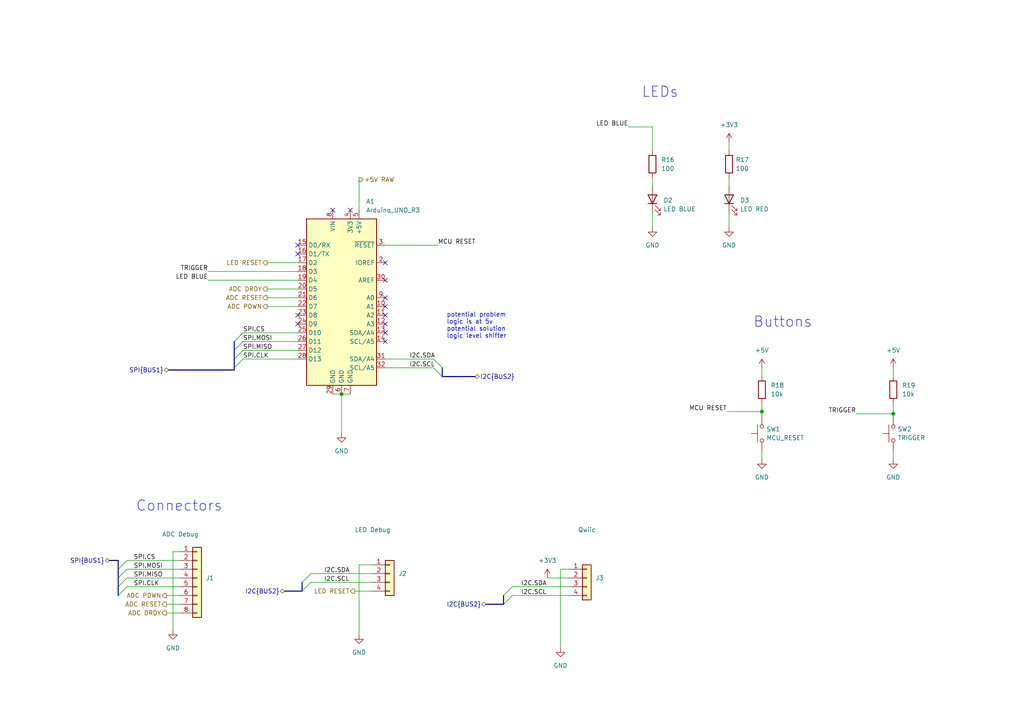
<source format=kicad_sch>
(kicad_sch (version 20211123) (generator eeschema)
  (paper "A4")
  (title_block (title "Development Board") (date "2023-01-23") (rev "2.1.1") (company "Plastic Scanner"))
  (lib_symbols
    (symbol "Connector_Generic:Conn_01x04" (pin_names (offset 1.016) hide)
      (property "Reference" "J" (at 0 5.08 0))
      (property "Value" "Conn_01x04" (at 0 -7.62 0))
      (symbol "Conn_01x04_1_1"
        (rectangle (start -1.27 -4.953) (end 0 -5.207) (stroke (width 0.1524)))
        (rectangle (start -1.27 -2.413) (end 0 -2.667) (stroke (width 0.1524)))
        (rectangle (start -1.27 0.127) (end 0 -0.127) (stroke (width 0.1524)))
        (rectangle (start -1.27 2.667) (end 0 2.413) (stroke (width 0.1524)))
        (rectangle (start -1.27 3.81) (end 1.27 -6.35) (stroke (width 0.254)) (fill (type background)))
        (pin passive line (at -5.08 2.54 0) (length 3.81) (name "Pin_1") (number "1"))
        (pin passive line (at -5.08 0 0) (length 3.81) (name "Pin_2") (number "2"))
        (pin passive line (at -5.08 -2.54 0) (length 3.81) (name "Pin_3") (number "3"))
        (pin passive line (at -5.08 -5.08 0) (length 3.81) (name "Pin_4") (number "4"))
      )
    )
    (symbol "Connector_Generic:Conn_01x08" (pin_names (offset 1.016) hide)
      (property "Reference" "J" (at 0 10.16 0))
      (property "Value" "Conn_01x08" (at 0 -12.7 0))
      (symbol "Conn_01x08_1_1"
        (rectangle (start -1.27 -10.033) (end 0 -10.287) (stroke (width 0.1524)))
        (rectangle (start -1.27 -7.493) (end 0 -7.747) (stroke (width 0.1524)))
        (rectangle (start -1.27 -4.953) (end 0 -5.207) (stroke (width 0.1524)))
        (rectangle (start -1.27 -2.413) (end 0 -2.667) (stroke (width 0.1524)))
        (rectangle (start -1.27 0.127) (end 0 -0.127) (stroke (width 0.1524)))
        (rectangle (start -1.27 2.667) (end 0 2.413) (stroke (width 0.1524)))
        (rectangle (start -1.27 5.207) (end 0 4.953) (stroke (width 0.1524)))
        (rectangle (start -1.27 7.747) (end 0 7.493) (stroke (width 0.1524)))
        (rectangle (start -1.27 8.89) (end 1.27 -11.43) (stroke (width 0.254)) (fill (type background)))
        (pin passive line (at -5.08 7.62 0) (length 3.81) (name "Pin_1") (number "1"))
        (pin passive line (at -5.08 5.08 0) (length 3.81) (name "Pin_2") (number "2"))
        (pin passive line (at -5.08 2.54 0) (length 3.81) (name "Pin_3") (number "3"))
        (pin passive line (at -5.08 0 0) (length 3.81) (name "Pin_4") (number "4"))
        (pin passive line (at -5.08 -2.54 0) (length 3.81) (name "Pin_5") (number "5"))
        (pin passive line (at -5.08 -5.08 0) (length 3.81) (name "Pin_6") (number "6"))
        (pin passive line (at -5.08 -7.62 0) (length 3.81) (name "Pin_7") (number "7"))
        (pin passive line (at -5.08 -10.16 0) (length 3.81) (name "Pin_8") (number "8"))
      )
    )
    (symbol "Device:LED" (pin_numbers hide) (pin_names (offset 1.016) hide)
      (property "Reference" "D" (at 0 2.54 0))
      (property "Value" "LED" (at 0 -2.54 0))
      (symbol "LED_0_1"
        (polyline (pts (xy -1.27 -1.27) (xy -1.27 1.27)) (stroke (width 0.254)))
        (polyline (pts (xy -1.27 0) (xy 1.27 0)))
        (polyline (pts (xy 1.27 -1.27) (xy 1.27 1.27) (xy -1.27 0) (xy 1.27 -1.27)) (stroke (width 0.254)))
        (polyline (pts (xy -3.048 -0.762) (xy -4.572 -2.286) (xy -3.81 -2.286) (xy -4.572 -2.286) (xy -4.572 -1.524)))
        (polyline (pts (xy -1.778 -0.762) (xy -3.302 -2.286) (xy -2.54 -2.286) (xy -3.302 -2.286) (xy -3.302 -1.524)))
      )
      (symbol "LED_1_1"
        (pin passive line (at -3.81 0 0) (length 2.54) (name "K") (number "1"))
        (pin passive line (at 3.81 0 180) (length 2.54) (name "A") (number "2"))
      )
    )
    (symbol "Device:R" (pin_numbers hide) (pin_names (offset 0))
      (property "Reference" "R" (at 2.032 0 90))
      (property "Value" "R" (at 0 0 90))
      (symbol "R_0_1"
        (rectangle (start -1.016 -2.54) (end 1.016 2.54) (stroke (width 0.254)))
      )
      (symbol "R_1_1"
        (pin passive line (at 0 3.81 270) (length 1.27) (name "~") (number "1"))
        (pin passive line (at 0 -3.81 90) (length 1.27) (name "~") (number "2"))
      )
    )
    (symbol "MCU_Module:Arduino_UNO_R3"
      (property "Reference" "A" (at -10.16 23.495 0))
      (property "Value" "Arduino_UNO_R3" (at 5.08 -26.67 0))
      (symbol "Arduino_UNO_R3_0_1"
        (rectangle (start -10.16 22.86) (end 10.16 -25.4) (stroke (width 0.254)) (fill (type background)))
      )
      (symbol "Arduino_UNO_R3_1_1"
        (pin no_connect line (at -10.16 -20.32 0) (length 2.54) hide (name "NC") (number "1"))
        (pin bidirectional line (at 12.7 -2.54 180) (length 2.54) (name "A1") (number "10"))
        (pin bidirectional line (at 12.7 -5.08 180) (length 2.54) (name "A2") (number "11"))
        (pin bidirectional line (at 12.7 -7.62 180) (length 2.54) (name "A3") (number "12"))
        (pin bidirectional line (at 12.7 -10.16 180) (length 2.54) (name "SDA/A4") (number "13"))
        (pin bidirectional line (at 12.7 -12.7 180) (length 2.54) (name "SCL/A5") (number "14"))
        (pin bidirectional line (at -12.7 15.24 0) (length 2.54) (name "D0/RX") (number "15"))
        (pin bidirectional line (at -12.7 12.7 0) (length 2.54) (name "D1/TX") (number "16"))
        (pin bidirectional line (at -12.7 10.16 0) (length 2.54) (name "D2") (number "17"))
        (pin bidirectional line (at -12.7 7.62 0) (length 2.54) (name "D3") (number "18"))
        (pin bidirectional line (at -12.7 5.08 0) (length 2.54) (name "D4") (number "19"))
        (pin output line (at 12.7 10.16 180) (length 2.54) (name "IOREF") (number "2"))
        (pin bidirectional line (at -12.7 2.54 0) (length 2.54) (name "D5") (number "20"))
        (pin bidirectional line (at -12.7 0 0) (length 2.54) (name "D6") (number "21"))
        (pin bidirectional line (at -12.7 -2.54 0) (length 2.54) (name "D7") (number "22"))
        (pin bidirectional line (at -12.7 -5.08 0) (length 2.54) (name "D8") (number "23"))
        (pin bidirectional line (at -12.7 -7.62 0) (length 2.54) (name "D9") (number "24"))
        (pin bidirectional line (at -12.7 -10.16 0) (length 2.54) (name "D10") (number "25"))
        (pin bidirectional line (at -12.7 -12.7 0) (length 2.54) (name "D11") (number "26"))
        (pin bidirectional line (at -12.7 -15.24 0) (length 2.54) (name "D12") (number "27"))
        (pin bidirectional line (at -12.7 -17.78 0) (length 2.54) (name "D13") (number "28"))
        (pin power_in line (at -2.54 -27.94 90) (length 2.54) (name "GND") (number "29"))
        (pin input line (at 12.7 15.24 180) (length 2.54) (name "~{RESET}") (number "3"))
        (pin input line (at 12.7 5.08 180) (length 2.54) (name "AREF") (number "30"))
        (pin bidirectional line (at 12.7 -17.78 180) (length 2.54) (name "SDA/A4") (number "31"))
        (pin bidirectional line (at 12.7 -20.32 180) (length 2.54) (name "SCL/A5") (number "32"))
        (pin power_out line (at 2.54 25.4 270) (length 2.54) (name "3V3") (number "4"))
        (pin power_out line (at 5.08 25.4 270) (length 2.54) (name "+5V") (number "5"))
        (pin power_in line (at 0 -27.94 90) (length 2.54) (name "GND") (number "6"))
        (pin power_in line (at 2.54 -27.94 90) (length 2.54) (name "GND") (number "7"))
        (pin power_in line (at -2.54 25.4 270) (length 2.54) (name "VIN") (number "8"))
        (pin bidirectional line (at 12.7 0 180) (length 2.54) (name "A0") (number "9"))
      )
    )
    (symbol "Switch:SW_Push" (pin_numbers hide) (pin_names (offset 1.016) hide)
      (property "Reference" "SW" (at 1.27 2.54 0))
      (property "Value" "SW_Push" (at 0 -1.524 0))
      (symbol "SW_Push_0_1"
        (circle (center -2.032 0) (radius 0.508))
        (polyline (pts (xy 0 1.27) (xy 0 3.048)))
        (polyline (pts (xy 2.54 1.27) (xy -2.54 1.27)))
        (circle (center 2.032 0) (radius 0.508))
        (pin passive line (at -5.08 0 0) (length 2.54) (name "1") (number "1"))
        (pin passive line (at 5.08 0 180) (length 2.54) (name "2") (number "2"))
      )
    )
    (symbol "power:+3.3V" (power) (pin_names (offset 0))
      (property "Value" "+3.3V" (at 0 3.556 0))
      (symbol "+3.3V_0_1"
        (polyline (pts (xy -0.762 1.27) (xy 0 2.54)))
        (polyline (pts (xy 0 0) (xy 0 2.54)))
        (polyline (pts (xy 0 2.54) (xy 0.762 1.27)))
      )
      (symbol "+3.3V_1_1"
        (pin power_in line (at 0 0 90) (length 0) hide (name "+3V3") (number "1"))
      )
    )
    (symbol "power:+5V" (power) (pin_names (offset 0))
      (property "Value" "+5V" (at 0 3.556 0))
      (symbol "+5V_0_1"
        (polyline (pts (xy -0.762 1.27) (xy 0 2.54)))
        (polyline (pts (xy 0 0) (xy 0 2.54)))
        (polyline (pts (xy 0 2.54) (xy 0.762 1.27)))
      )
      (symbol "+5V_1_1"
        (pin power_in line (at 0 0 90) (length 0) hide (name "+5V") (number "1"))
      )
    )
    (symbol "power:GND" (power) (pin_names (offset 0))
      (property "Value" "GND" (at 0 -3.81 0))
      (symbol "GND_0_1"
        (polyline (pts (xy 0 0) (xy 0 -1.27) (xy 1.27 -1.27) (xy 0 -2.54) (xy -1.27 -1.27) (xy 0 -1.27)))
      )
      (symbol "GND_1_1"
        (pin power_in line (at 0 0 270) (length 0) hide (name "GND") (number "1"))
      )
    )
  )
  (bus_alias "BUS2" (members "SDA" "SCL"))
  (junction (at 99.06 114.3))
  (junction (at 259.08 120.015))
  (junction (at 220.98 119.38))
  (no_connect (at 86.36 73.66))
  (no_connect (at 86.36 71.12))
  (no_connect (at 111.76 76.2))
  (no_connect (at 96.52 60.96))
  (no_connect (at 111.76 81.28))
  (no_connect (at 111.76 99.06))
  (no_connect (at 111.76 86.36))
  (no_connect (at 111.76 88.9))
  (no_connect (at 111.76 91.44))
  (no_connect (at 111.76 93.98))
  (no_connect (at 111.76 96.52))
  (no_connect (at 86.36 93.98))
  (no_connect (at 86.36 91.44))
  (no_connect (at 101.6 60.96))
  (bus_entry (at 67.945 101.6) (size 2.54 -2.54))
  (bus_entry (at 67.945 104.14) (size 2.54 -2.54))
  (bus_entry (at 34.29 172.72) (size 2.54 -2.54))
  (bus_entry (at 87.63 171.45) (size 2.54 -2.54))
  (bus_entry (at 67.945 106.68) (size 2.54 -2.54))
  (bus_entry (at 34.29 167.64) (size 2.54 -2.54))
  (bus_entry (at 146.05 175.26) (size 2.54 -2.54))
  (bus_entry (at 67.945 99.06) (size 2.54 -2.54))
  (bus_entry (at 125.73 104.14) (size 2.54 2.54))
  (bus_entry (at 146.05 172.72) (size 2.54 -2.54))
  (bus_entry (at 87.63 168.91) (size 2.54 -2.54))
  (bus_entry (at 34.29 165.1) (size 2.54 -2.54))
  (bus_entry (at 125.73 106.68) (size 2.54 2.54))
  (bus_entry (at 34.29 170.18) (size 2.54 -2.54))
  (bus (pts (xy 146.05 175.26) (xy 140.97 175.26)))
  (wire (pts (xy 90.17 166.37) (xy 107.95 166.37)))
  (wire (pts (xy 210.82 119.38) (xy 220.98 119.38)))
  (wire (pts (xy 165.1 167.64) (xy 158.75 167.64)))
  (wire (pts (xy 60.325 78.74) (xy 86.36 78.74)))
  (wire (pts (xy 99.06 114.3) (xy 99.06 125.73)))
  (wire (pts (xy 52.07 160.02) (xy 50.165 160.02)))
  (wire (pts (xy 220.98 116.84) (xy 220.98 119.38)))
  (bus (pts (xy 48.895 107.315) (xy 67.945 107.315)))
  (wire (pts (xy 189.23 51.435) (xy 189.23 53.975)))
  (wire (pts (xy 48.26 175.26) (xy 52.07 175.26)))
  (wire (pts (xy 248.285 120.015) (xy 259.08 120.015)))
  (wire (pts (xy 148.59 172.72) (xy 165.1 172.72)))
  (wire (pts (xy 220.98 119.38) (xy 220.98 120.65)))
  (wire (pts (xy 77.47 83.82) (xy 86.36 83.82)))
  (wire (pts (xy 96.52 114.3) (xy 99.06 114.3)))
  (wire (pts (xy 211.455 51.435) (xy 211.455 53.975)))
  (wire (pts (xy 70.485 96.52) (xy 86.36 96.52)))
  (wire (pts (xy 162.56 165.1) (xy 165.1 165.1)))
  (wire (pts (xy 48.26 172.72) (xy 52.07 172.72)))
  (wire (pts (xy 111.76 104.14) (xy 125.73 104.14)))
  (wire (pts (xy 48.26 177.8) (xy 52.07 177.8)))
  (wire (pts (xy 104.14 163.83) (xy 107.95 163.83)))
  (wire (pts (xy 36.83 162.56) (xy 52.07 162.56)))
  (bus (pts (xy 128.27 106.68) (xy 128.27 109.22)))
  (wire (pts (xy 77.47 88.9) (xy 86.36 88.9)))
  (wire (pts (xy 259.08 116.84) (xy 259.08 120.015)))
  (bus (pts (xy 128.27 109.22) (xy 137.795 109.22)))
  (wire (pts (xy 86.36 81.28) (xy 60.325 81.28)))
  (wire (pts (xy 259.08 106.68) (xy 259.08 109.22)))
  (wire (pts (xy 77.47 86.36) (xy 86.36 86.36)))
  (bus (pts (xy 34.29 170.18) (xy 34.29 172.72)))
  (wire (pts (xy 259.08 120.015) (xy 259.08 120.65)))
  (wire (pts (xy 220.98 106.68) (xy 220.98 109.22)))
  (wire (pts (xy 111.76 106.68) (xy 125.73 106.68)))
  (wire (pts (xy 70.485 99.06) (xy 86.36 99.06)))
  (wire (pts (xy 77.47 76.2) (xy 86.36 76.2)))
  (wire (pts (xy 189.23 36.83) (xy 189.23 43.815)))
  (wire (pts (xy 189.23 61.595) (xy 189.23 66.04)))
  (wire (pts (xy 36.83 170.18) (xy 52.07 170.18)))
  (wire (pts (xy 111.76 71.12) (xy 127 71.12)))
  (bus (pts (xy 34.29 165.1) (xy 34.29 162.56)))
  (wire (pts (xy 104.14 184.15) (xy 104.14 163.83)))
  (wire (pts (xy 211.455 41.275) (xy 211.455 43.815)))
  (wire (pts (xy 182.245 36.83) (xy 189.23 36.83)))
  (wire (pts (xy 220.98 130.81) (xy 220.98 133.35)))
  (wire (pts (xy 104.14 52.07) (xy 104.14 60.96)))
  (bus (pts (xy 67.945 106.68) (xy 67.945 107.315)))
  (wire (pts (xy 70.485 101.6) (xy 86.36 101.6)))
  (bus (pts (xy 67.945 101.6) (xy 67.945 104.14)))
  (wire (pts (xy 90.17 168.91) (xy 107.95 168.91)))
  (wire (pts (xy 70.485 104.14) (xy 86.36 104.14)))
  (wire (pts (xy 36.83 167.64) (xy 52.07 167.64)))
  (wire (pts (xy 211.455 61.595) (xy 211.455 66.04)))
  (wire (pts (xy 36.83 165.1) (xy 52.07 165.1)))
  (wire (pts (xy 259.08 130.81) (xy 259.08 133.35)))
  (wire (pts (xy 162.56 187.96) (xy 162.56 165.1)))
  (bus (pts (xy 67.945 104.14) (xy 67.945 106.68)))
  (wire (pts (xy 148.59 170.18) (xy 165.1 170.18)))
  (wire (pts (xy 99.06 114.3) (xy 101.6 114.3)))
  (bus (pts (xy 34.29 165.1) (xy 34.29 167.64)))
  (bus (pts (xy 67.945 99.06) (xy 67.945 101.6)))
  (bus (pts (xy 87.63 171.45) (xy 82.55 171.45)))
  (bus (pts (xy 146.05 172.72) (xy 146.05 175.26)))
  (wire (pts (xy 102.87 171.45) (xy 107.95 171.45)))
  (bus (pts (xy 31.75 162.56) (xy 34.29 162.56)))
  (wire (pts (xy 50.165 160.02) (xy 50.165 182.88)))
  (bus (pts (xy 34.29 167.64) (xy 34.29 170.18)))
  (bus (pts (xy 87.63 168.91) (xy 87.63 171.45)))
  (text "LEDs" (at 186.055 28.575 0) (effects (font (size 3 3)) (justify left bottom)))
  (text "potential problem\nlogic is at 5v\npotential solution\nlogic level shifter\n\n" (at 129.54 100.33 0) (effects (font (size 1.27 1.27)) (justify left bottom)))
  (text "Connectors" (at 39.37 148.59 0) (effects (font (size 3 3)) (justify left bottom)))
  (text "Buttons" (at 218.44 95.25 0) (effects (font (size 3 3)) (justify left bottom)))
  (label "I2C.SCL" (at 93.98 168.91 0))
  (label "I2C.SDA" (at 93.98 166.37 0))
  (label "TRIGGER" (at 248.285 120.015 180))
  (label "I2C.SCL" (at 118.745 106.68 0))
  (label "SPI.CS" (at 38.735 162.56 0))
  (label "SPI.CLK" (at 70.485 104.14 0))
  (label "I2C.SCL" (at 151.13 172.72 0))
  (label "LED BLUE" (at 182.245 36.83 180))
  (label "LED BLUE" (at 60.325 81.28 180))
  (label "SPI.CLK" (at 38.735 170.18 0))
  (label "I2C.SDA" (at 118.745 104.14 0))
  (label "SPI.MISO" (at 70.485 101.6 0))
  (label "SPI.MOSI" (at 70.485 99.06 0))
  (label "I2C.SDA" (at 151.13 170.18 0))
  (label "MCU RESET" (at 210.82 119.38 180))
  (label "TRIGGER" (at 60.325 78.74 180))
  (label "SPI.CS" (at 70.485 96.52 0))
  (label "SPI.MOSI" (at 38.735 165.1 0))
  (label "SPI.MISO" (at 38.735 167.64 0))
  (label "MCU RESET" (at 127 71.12 0))
  (hierarchical_label "ADC RESET" (shape output) (at 77.47 86.36 180))
  (hierarchical_label "I2C{BUS2}" (shape bidirectional) (at 140.97 175.26 180))
  (hierarchical_label "SPI{BUS1}" (shape bidirectional) (at 48.895 107.315 180))
  (hierarchical_label "ADC PDWN" (shape output) (at 77.47 88.9 180))
  (hierarchical_label "ADC PDWN" (shape output) (at 48.26 172.72 180))
  (hierarchical_label "I2C{BUS2}" (shape bidirectional) (at 82.55 171.45 180))
  (hierarchical_label "ADC RESET" (shape output) (at 48.26 175.26 180))
  (hierarchical_label "I2C{BUS2}" (shape bidirectional) (at 137.795 109.22 0))
  (hierarchical_label "LED RESET" (shape output) (at 77.47 76.2 180))
  (hierarchical_label "+5V RAW" (shape output) (at 104.14 52.07 0))
  (hierarchical_label "LED RESET" (shape output) (at 102.87 171.45 180))
  (hierarchical_label "ADC DRDY" (shape output) (at 77.47 83.82 180))
  (hierarchical_label "SPI{BUS1}" (shape bidirectional) (at 31.75 162.56 180))
  (hierarchical_label "ADC DRDY" (shape output) (at 48.26 177.8 180))
  (symbol (lib_id "Device:LED") (at 211.455 57.785 90) (unit 1)
    (property "Reference" "D3" (at 214.63 58.1024 90) (effects (justify right)))
    (property "Value" "LED RED" (at 214.63 60.6424 90) (effects (justify right)))
    (property "Footprint" "LED_SMD:LED_0805_2012Metric_Pad1.15x1.40mm_HandSolder" (effects hide))
  )
  (symbol (lib_id "power:GND") (at 99.06 125.73 0) (unit 1)
    (property "Reference" "#PWR013" (effects hide))
    (property "Value" "GND" (at 99.06 130.81 0))
  )
  (symbol (lib_id "power:+5V") (at 220.98 106.68 0) (unit 1)
    (property "Reference" "#PWR020" (effects hide))
    (property "Value" "+5V" (at 220.98 101.6 0))
  )
  (symbol (lib_id "power:GND") (at 189.23 66.04 0) (unit 1)
    (property "Reference" "#PWR017" (effects hide))
    (property "Value" "GND" (at 189.23 71.12 0))
  )
  (symbol (lib_id "Switch:SW_Push") (at 220.98 125.73 90) (unit 1)
    (property "Reference" "SW1" (at 222.25 124.4599 90) (effects (justify right)))
    (property "Value" "MCU_RESET" (at 222.25 126.9999 90) (effects (justify right)))
    (property "Footprint" "Button_Switch_THT:SW_PUSH_6mm" (effects hide))
  )
  (symbol (lib_id "power:GND") (at 104.14 184.15 0) (unit 1)
    (property "Reference" "#PWR014" (effects hide))
    (property "Value" "GND" (at 104.14 189.23 0))
  )
  (symbol (lib_id "power:+3.3V") (at 211.455 41.275 0) (unit 1)
    (property "Reference" "#PWR018" (effects hide))
    (property "Value" "+3.3V" (at 211.455 36.195 0))
  )
  (symbol (lib_id "power:GND") (at 259.08 133.35 0) (unit 1)
    (property "Reference" "#PWR023" (effects hide))
    (property "Value" "GND" (at 259.08 138.43 0))
  )
  (symbol (lib_id "Device:R") (at 259.08 113.03 0) (unit 1)
    (property "Reference" "R19" (at 261.62 111.7599 0) (effects (justify left)))
    (property "Value" "10k" (at 261.62 114.2999 0) (effects (justify left)))
    (property "Footprint" "Resistor_SMD:R_0805_2012Metric_Pad1.20x1.40mm_HandSolder" (effects hide))
  )
  (symbol (lib_id "Device:R") (at 189.23 47.625 0) (mirror y) (unit 1)
    (property "Reference" "R16" (at 191.77 46.3549 0) (effects (justify right)))
    (property "Value" "100" (at 191.77 48.8949 0) (effects (justify right)))
    (property "Footprint" "Resistor_SMD:R_0805_2012Metric_Pad1.20x1.40mm_HandSolder" (effects hide))
  )
  (symbol (lib_id "Switch:SW_Push") (at 259.08 125.73 90) (unit 1)
    (property "Reference" "SW2" (at 260.35 124.4599 90) (effects (justify right)))
    (property "Value" "TRIGGER" (at 260.35 126.9999 90) (effects (justify right)))
    (property "Footprint" "Button_Switch_THT:SW_PUSH_6mm" (effects hide))
  )
  (symbol (lib_id "Device:R") (at 211.455 47.625 0) (mirror y) (unit 1)
    (property "Reference" "R17" (at 213.36 46.3549 0) (effects (justify right)))
    (property "Value" "100" (at 213.36 48.8949 0) (effects (justify right)))
    (property "Footprint" "Resistor_SMD:R_0805_2012Metric_Pad1.20x1.40mm_HandSolder" (effects hide))
  )
  (symbol (lib_id "power:GND") (at 50.165 182.88 0) (unit 1)
    (property "Reference" "#PWR012" (effects hide))
    (property "Value" "GND" (at 50.165 187.96 0))
  )
  (symbol (lib_id "Device:LED") (at 189.23 57.785 90) (unit 1)
    (property "Reference" "D2" (at 192.405 58.1024 90) (effects (justify right)))
    (property "Value" "LED BLUE" (at 192.405 60.6424 90) (effects (justify right)))
    (property "Footprint" "LED_SMD:LED_0805_2012Metric_Pad1.15x1.40mm_HandSolder" (effects hide))
  )
  (symbol (lib_id "Connector_Generic:Conn_01x04") (at 170.18 167.64 0) (unit 1)
    (property "Reference" "J3" (at 172.72 167.6399 0) (effects (justify left)))
    (property "Value" "Qwiic" (at 167.64 153.67 0) (effects (justify left)))
    (property "Footprint" "Connector_JST:JST_SH_SM04B-SRSS-TB_1x04-1MP_P1.00mm_Horizontal" (effects hide))
  )
  (symbol (lib_id "power:GND") (at 211.455 66.04 0) (unit 1)
    (property "Reference" "#PWR019" (effects hide))
    (property "Value" "GND" (at 211.455 71.12 0))
  )
  (symbol (lib_id "MCU_Module:Arduino_UNO_R3") (at 99.06 86.36 0) (unit 1)
    (property "Reference" "A1" (at 106.1594 58.42 0) (effects (justify left)))
    (property "Value" "Arduino_UNO_R3" (at 106.1594 60.96 0) (effects (justify left)))
    (property "Footprint" "Module:Arduino_UNO_R3" (effects hide))
    (property "Datasheet" "https://www.arduino.cc/en/Main/arduinoBoardUno" (effects hide))
  )
  (symbol (lib_id "Connector_Generic:Conn_01x08") (at 57.15 167.64 0) (unit 1)
    (property "Reference" "J1" (at 59.69 167.6399 0) (effects (justify left)))
    (property "Value" "ADC Debug" (at 46.99 154.94 0) (effects (justify left)))
    (property "Footprint" "Connector_PinHeader_2.54mm:PinHeader_1x08_P2.54mm_Vertical" (effects hide))
  )
  (symbol (lib_id "power:+5V") (at 259.08 106.68 0) (unit 1)
    (property "Reference" "#PWR022" (effects hide))
    (property "Value" "+5V" (at 259.08 101.6 0))
  )
  (symbol (lib_id "Device:R") (at 220.98 113.03 0) (unit 1)
    (property "Reference" "R18" (at 223.52 111.7599 0) (effects (justify left)))
    (property "Value" "10k" (at 223.52 114.2999 0) (effects (justify left)))
    (property "Footprint" "Resistor_SMD:R_0805_2012Metric_Pad1.20x1.40mm_HandSolder" (effects hide))
  )
  (symbol (lib_id "Connector_Generic:Conn_01x04") (at 113.03 166.37 0) (unit 1)
    (property "Reference" "J2" (at 115.57 166.3699 0) (effects (justify left)))
    (property "Value" "LED Debug" (at 102.87 153.67 0) (effects (justify left)))
    (property "Footprint" "Connector_PinHeader_2.54mm:PinHeader_1x04_P2.54mm_Vertical" (effects hide))
  )
  (symbol (lib_id "power:GND") (at 162.56 187.96 0) (unit 1)
    (property "Reference" "#PWR016" (effects hide))
    (property "Value" "GND" (at 162.56 193.04 0))
  )
  (symbol (lib_id "power:GND") (at 220.98 133.35 0) (unit 1)
    (property "Reference" "#PWR021" (effects hide))
    (property "Value" "GND" (at 220.98 138.43 0))
  )
  (symbol (lib_id "power:+3.3V") (at 158.75 167.64 0) (unit 1)
    (property "Reference" "#PWR015" (effects hide))
    (property "Value" "+3.3V" (at 158.75 162.56 0))
  )
)
</source>
